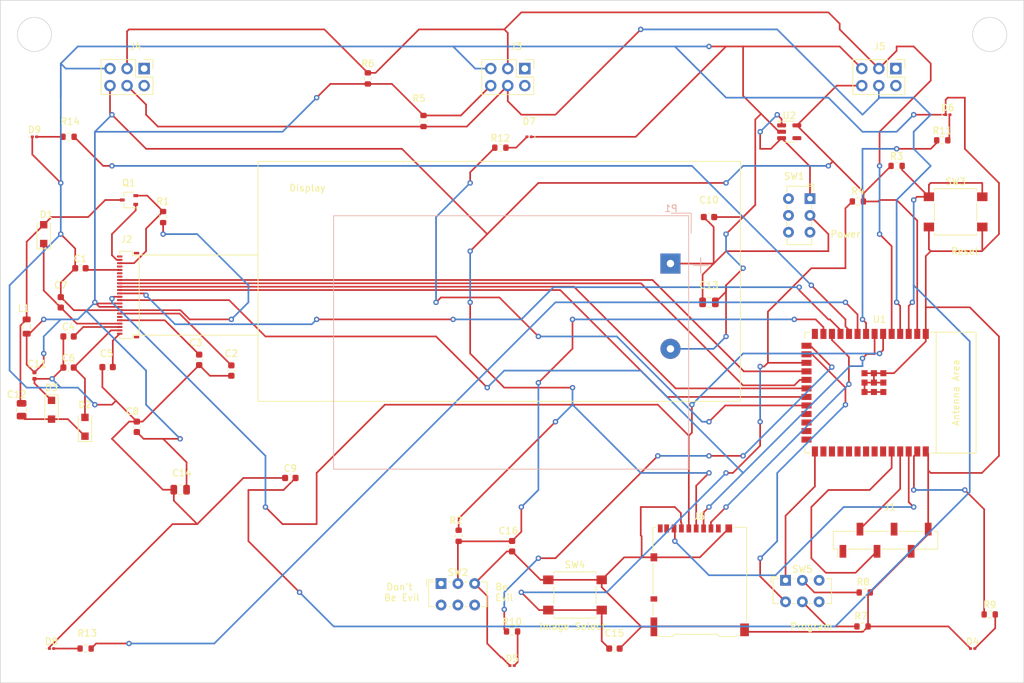
<source format=kicad_pcb>
(kicad_pcb (version 20211014) (generator pcbnew)
  (layers (0 "F.Cu" signal) (31 "B.Cu" signal) (34 "B.Paste" user) (35 "F.Paste" user) (36 "B.SilkS" user "B.Silkscreen") (37 "F.SilkS" user "F.Silkscreen") (38 "B.Mask" user) (39 "F.Mask" user) (44 "Edge.Cuts" user))
  (net 0 "")
  (net 1 "GND")
  (net 2 "Net-(C1-Pad2)")
  (net 3 "Net-(C2-Pad2)")
  (net 4 "Net-(C3-Pad2)")
  (net 5 "Net-(C4-Pad2)")
  (net 6 "Net-(C5-Pad2)")
  (net 7 "Net-(C6-Pad2)")
  (net 8 "Net-(C7-Pad2)")
  (net 9 "+3.3V")
  (net 10 "RST")
  (net 11 "Net-(C10-Pad2)")
  (net 15 "Net-(C12-Pad1)")
  (net 19 "Net-(J2-Pad8)")
  (net 20 "Net-(J2-Pad9)")
  (net 21 "Net-(J2-Pad10)")
  (net 22 "Net-(J2-Pad11)")
  (net 23 "Net-(J2-Pad13)")
  (net 30 "Net-(C12-Pad2)")
  (net 31 "SW_PUSH")
  (net 32 "EVIL")
  (net 33 "Net-(SW1-Pad1)")
  (net 51 "Net-(D4-Pad2)")
  (net 52 "Net-(D5-Pad2)")
  (net 53 "Net-(D6-Pad2)")
  (net 54 "Net-(D7-Pad2)")
  (net 55 "Net-(D8-Pad2)")
  (net 56 "Net-(D9-Pad2)")
  (net 57 "PROG_TX")
  (net 58 "PROG_RX")
  (net 59 "Net-(J2-Pad3)")
  (net 60 "Net-(J2-Pad12)")
  (net 61 "Net-(J2-Pad14)")
  (net 62 "SDA")
  (net 63 "SCL")
  (net 66 "Net-(J2-Pad2)")
  (net 67 "Net-(J6-Pad7)")
  (net 71 "Net-(J6-Pad2)")
  (net 72 "Net-(R8-Pad2)")
  (net 73 "LED1")
  (net 74 "LED2")
  (net 75 "LED4")
  (net 76 "LED3")
  (net 77 "LED5")
  (net 78 "LED6")
  (net 79 "PROG_GPIO0")
  (net 81 "PROG_GPIO46")
  (net 88 "Net-(R7-Pad2)")
  (footprint "Resistor_SMD:R_0603_1608Metric" (layer "F.Cu") (at 205.74 134.62 180)
    (fp_text reference "R7")
    (fp_text value "10k")
  )
  (footprint "LED_SMD:LED_0201_0603Metric" (layer "F.Cu") (at 82.44129 61.71)
    (fp_text reference "D9")
    (fp_text value "LED")
  )
  (footprint "Capacitor_SMD:C_0603_1608Metric" (layer "F.Cu") (at 97.68129 104.89 -90)
    (fp_text reference "C8")
    (fp_text value "1uF")
  )
  (footprint "Diode_SMD:D_SOD-123F" (layer "F.Cu") (at 83.82 76.2 90)
    (fp_text reference "D1")
    (fp_text value "SS2040FL-AU_R1_000A1")
  )
  (footprint "Resistor_SMD:R_0603_1608Metric" (layer "F.Cu") (at 140.37 59.36 -90)
    (fp_text reference "R5")
    (fp_text value "10k")
  )
  (footprint "Connector_PinHeader_2.54mm:PinHeader_2x03_P2.54mm_Vertical" (layer "F.Cu") (at 155.46129 51.55 -90)
    (fp_text reference "J3")
    (fp_text value "Conn_01x06")
  )
  (footprint "Resistor_SMD:R_0603_1608Metric" (layer "F.Cu") (at 205.050968 71.34 180)
    (fp_text reference "R4")
    (fp_text value "10k")
  )
  (footprint "Capacitor_SMD:C_0603_1608Metric" (layer "F.Cu") (at 93.33129 96)
    (fp_text reference "C5")
    (fp_text value "1uf/25V")
  )
  (footprint "Resistor_SMD:R_0603_1608Metric" (layer "F.Cu") (at 224.68129 132.83)
    (fp_text reference "R9")
    (fp_text value "1k")
  )
  (footprint "Capacitor_SMD:C_0603_1608Metric" (layer "F.Cu") (at 89.28629 81.28)
    (fp_text reference "C1")
    (fp_text value "1uF/25V")
  )
  (footprint "Button_Switch_SMD:SW_SPST_B3S-1000" (layer "F.Cu") (at 219.60129 72.89)
    (fp_text reference "SW3")
    (fp_text value "SW_Push")
  )
  (footprint "Connector_PinHeader_2.54mm:PinHeader_2x03_P2.54mm_Vertical" (layer "F.Cu") (at 98.77129 51.55 -90)
    (fp_text reference "J4")
    (fp_text value "Conn_01x06")
  )
  (footprint "Capacitor_SMD:C_0603_1608Metric" (layer "F.Cu") (at 111.76 96.52 90)
    (fp_text reference "C2")
    (fp_text value "1uf/25V")
  )
  (footprint "Capacitor_SMD:C_0603_1608Metric" (layer "F.Cu") (at 153.56129 122.67 90)
    (fp_text reference "C16")
    (fp_text value "1uF/25V")
  )
  (footprint "Capacitor_SMD:C_0805_2012Metric" (layer "F.Cu") (at 182.88 86.36 180)
    (fp_text reference "C13")
    (fp_text value "10uF/10V")
  )
  (footprint "LED_SMD:LED_0201_0603Metric" (layer "F.Cu") (at 222.14129 137.91)
    (fp_text reference "D4")
    (fp_text value "LED")
  )
  (footprint "LED_SMD:LED_0201_0603Metric" (layer "F.Cu") (at 156.10129 61.71 180)
    (fp_text reference "D7")
    (fp_text value "LED")
  )
  (footprint "LED_SMD:LED_0201_0603Metric" (layer "F.Cu") (at 84.98129 137.91)
    (fp_text reference "D8")
    (fp_text value "LED")
  )
  (footprint "Capacitor_SMD:C_0402_1005Metric" (layer "F.Cu") (at 82.44129 97.27 90)
    (fp_text reference "C11")
    (fp_text value "0.1uF")
  )
  (footprint "Resistor_SMD:R_0603_1608Metric" (layer "F.Cu") (at 101.6 73.66 90)
    (fp_text reference "R1")
    (fp_text value "0.47R")
  )
  (footprint "Capacitor_SMD:C_0805_2012Metric" (layer "F.Cu") (at 104.14 114.26)
    (fp_text reference "C14")
    (fp_text value "10uF/10V")
  )
  (footprint "Diode_SMD:D_SOD-123F" (layer "F.Cu") (at 84.98129 102.35 -90)
    (fp_text reference "D3")
    (fp_text value "SS2040FL-AU_R1_000A1")
  )
  (footprint "Resistor_SMD:R_0603_1608Metric" (layer "F.Cu") (at 153.56129 135.37)
    (fp_text reference "R10")
    (fp_text value "1k")
  )
  (footprint "Button_Switch_THT:SW_E-Switch_EG1271_SPDT" (layer "F.Cu") (at 197.92129 70.92 -90)
    (fp_text reference "SW1")
    (fp_text value "SW_Push_DPDT")
  )
  (footprint "Resistor_SMD:R_0603_1608Metric" (layer "F.Cu") (at 132.08 53.014516 90)
    (fp_text reference "R6")
    (fp_text value "10k")
  )
  (footprint "Connector_PinHeader_2.54mm:PinHeader_2x03_P2.54mm_Vertical" (layer "F.Cu") (at 210.71129 51.55 -90)
    (fp_text reference "J5")
    (fp_text value "Conn_01x06")
  )
  (footprint "Capacitor_SMD:C_0603_1608Metric" (layer "F.Cu") (at 87.52129 96.07)
    (fp_text reference "C6")
    (fp_text value "1uf/25V")
  )
  (footprint "Resistor_SMD:R_0603_1608Metric" (layer "F.Cu") (at 217.615 62.2325)
    (fp_text reference "R11")
    (fp_text value "1k")
  )
  (footprint "Capacitor_SMD:C_0603_1608Metric" (layer "F.Cu") (at 168.80129 137.91 180)
    (fp_text reference "C15")
    (fp_text value "1uF/25V")
  )
  (footprint "Espressif:ESP32-S3-WROOM-1" (layer "F.Cu") (at 206.90129 99.81 -90)
    (fp_text reference "U1")
    (fp_text value "ESP32-S3-WROOM-1")
  )
  (footprint "Inductor_SMD:L_0805_2012Metric" (layer "F.Cu") (at 81.28 89.9625 90)
    (fp_text reference "L1")
    (fp_text value "10uH")
  )
  (footprint "Capacitor_SMD:C_0603_1608Metric" (layer "F.Cu") (at 106.97 94.92058 90)
    (fp_text reference "C3")
    (fp_text value "1uf/25V")
  )
  (footprint "Capacitor_SMD:C_0603_1608Metric" (layer "F.Cu") (at 86.36 86.36 -90)
    (fp_text reference "C7")
    (fp_text value "1uf/25V")
  )
  (footprint "Button_Switch_SMD:SW_SPST_B3S-1000" (layer "F.Cu") (at 162.93129 129.93)
    (fp_text reference "SW4")
    (fp_text value "SW_Push")
  )
  (footprint "Capacitor_SMD:C_0603_1608Metric" (layer "F.Cu") (at 87.52129 91.44)
    (fp_text reference "C4")
    (fp_text value "1uf/25V")
  )
  (footprint "Resistor_SMD:R_0603_1608Metric" (layer "F.Cu") (at 210.82 66.04)
    (fp_text reference "R3")
    (fp_text value "10k")
  )
  (footprint "Capacitor_SMD:C_0603_1608Metric" (layer "F.Cu") (at 120.54129 112.51)
    (fp_text reference "C9")
    (fp_text value "1uF/25V")
  )
  (footprint "Resistor_SMD:R_0603_1608Metric" (layer "F.Cu") (at 151.812258 63.3275)
    (fp_text reference "R12")
    (fp_text value "1k")
  )
  (footprint "Diode_SMD:D_SOD-123F" (layer "F.Cu") (at 89.96129 104.89 90)
    (fp_text reference "D2")
    (fp_text value "SS2040FL-AU_R1_000A1")
  )
  (footprint "Capacitor_SMD:C_0603_1608Metric" (layer "F.Cu") (at 182.88 73.66 180)
    (fp_text reference "C10")
    (fp_text value "1uF/25V")
  )
  (footprint "Package_TO_SOT_SMD:SOT-323_SC-70" (layer "F.Cu") (at 96.52 71.12 180)
    (fp_text reference "Q1")
    (fp_text value "RTF025N03TL")
  )
  (footprint "Resistor_SMD:R_0603_1608Metric" (layer "F.Cu") (at 145.605 121.12 -90)
    (fp_text reference "R2")
    (fp_text value "10k")
  )
  (footprint "Package_TO_SOT_SMD:SOT-23-5" (layer "F.Cu") (at 194.83129 60.96)
    (fp_text reference "U2")
    (fp_text value "AP2112K-3.3")
  )
  (footprint "Button_Switch_THT:SW_E-Switch_EG1271_SPDT" (layer "F.Cu") (at 194.28129 127.75)
    (fp_text reference "SW5")
    (fp_text value "PROGRAM")
  )
  (footprint "Connector_Card:microSD_HC_Hirose_DM3AT-SF-PEJM5" (layer "F.Cu") (at 181.50129 127.75)
    (fp_text reference "J6")
    (fp_text value "Micro_SD_Card_Det")
  )
  (footprint "LED_SMD:LED_0201_0603Metric" (layer "F.Cu") (at 153.56129 140.45)
    (fp_text reference "D5")
    (fp_text value "LED")
  )
  (footprint "HiroseElectricCo:E2266QS0F1" (layer "F.Cu") (at 95.14129 84.57)
    (fp_text reference "J2")
    (fp_text value "Hirose_FH34-SRJ-24S")
  )
  (footprint "Resistor_SMD:R_0603_1608Metric" (layer "F.Cu") (at 90.06129 137.91 180)
    (fp_text reference "R13")
    (fp_text value "1k")
  )
  (footprint "Connector_PinSocket_2.54mm:PinSocket_1x06_P2.54mm_Vertical_SMD_Pin1Left" (layer "F.Cu") (at 209.17129 121.78 90)
    (fp_text reference "J1")
    (fp_text value "Conn_01x06")
  )
  (footprint "Resistor_SMD:R_0603_1608Metric" (layer "F.Cu") (at 206.07629 129.56 180)
    (fp_text reference "R8")
    (fp_text value "10k")
  )
  (footprint "Button_Switch_THT:SW_E-Switch_EG1271_SPDT" (layer "F.Cu") (at 142.99129 128.23)
    (fp_text reference "SW2")
    (fp_text value "EVIL_SWITCH")
  )
  (footprint "Capacitor_SMD:C_0805_2012Metric" (layer "F.Cu") (at 80.52629 102.35 90)
    (fp_text reference "C12")
    (fp_text value "4.7uF")
  )
  (footprint "Resistor_SMD:R_0603_1608Metric" (layer "F.Cu") (at 87.52129 61.71 180)
    (fp_text reference "R14")
    (fp_text value "1k")
  )
  (footprint "LED_SMD:LED_0201_0603Metric" (layer "F.Cu") (at 218.44 58.42)
    (fp_text reference "D6")
    (fp_text value "LED")
  )
  (footprint "Battery:BatteryHolder_Keystone_2479_3xAAA" (layer "B.Cu") (at 177.14379 80.5825 180)
    (fp_text reference "P1")
    (fp_text value "2479")
  )
  (gr_circle (center 224.68129 46.47) (end 227.22129 46.47) (layer "Edge.Cuts") (width 0.1) (fill none))
  (gr_rect (start 77.36129 41.39) (end 229.76129 142.99) (layer "Edge.Cuts") (width 0.1) (fill none))
  (gr_circle (center 82.44129 46.47) (end 84.98129 46.47) (layer "Edge.Cuts") (width 0.1) (fill none))
  (gr_text "Image Select" (at 162.56 134.62) (layer "F.SilkS") (effects (font (size 1 1))))
  (gr_text "Power\n" (at 203.2 76.2) (layer "F.SilkS") (effects (font (size 1 1))))
  (gr_text "Program\n" (at 198.12 134.62) (layer "F.SilkS") (effects (font (size 1 1))))
  (gr_text "Reset" (at 220.98 78.74) (layer "F.SilkS") (effects (font (size 1 1))))
  (gr_text "Don't \nBe Evil" (at 137.16 129.54) (layer "F.SilkS") (effects (font (size 1 1))))
  (gr_text "Be \nEvil" (at 152.4 129.54) (layer "F.SilkS") (effects (font (size 1 1))))
  (segment (start 92.55629 98.99) (end 92.55629 96) (width 0.25) (layer "F.Cu") (net 1))
  (segment (start 226.06 91.44) (end 226.06 109.22) (width 0.25) (layer "F.Cu") (net 1))
  (segment (start 215.16129 87.09871) (end 215.16129 91.06) (width 0.25) (layer "F.Cu") (net 1))
  (segment (start 208.84129 96.91) (end 210.43 96.91) (width 0.25) (layer "F.Cu") (net 1))
  (segment (start 85.06629 97.75) (end 82.44129 97.75) (width 0.25) (layer "F.Cu") (net 1))
  (segment (start 172.855 121.19629) (end 172.855 124.325) (width 0.25) (layer "F.Cu") (net 1))
  (segment (start 93.98 101.6) (end 91.44 101.6) (width 0.25) (layer "F.Cu") (net 1))
  (segment (start 113.55 112.51) (end 119.76629 112.51) (width 0.25) (layer "F.Cu") (net 1))
  (segment (start 188.17629 135.125) (end 187.65129 134.6) (width 0.25) (layer "F.Cu") (net 1))
  (segment (start 88.51129 81.28) (end 88.51129 78.35129) (width 0.25) (layer "F.Cu") (net 1))
  (segment (start 88.51129 78.35129) (end 86.36 76.2) (width 0.25) (layer "F.Cu") (net 1))
  (segment (start 157.79629 127.68) (end 153.56129 123.445) (width 0.25) (layer "F.Cu") (net 1))
  (segment (start 170.26129 124.325) (end 166.90629 127.68) (width 0.25) (layer "F.Cu") (net 1))
  (segment (start 172.81129 134.675) (end 166.90629 128.77) (width 0.25) (layer "F.Cu") (net 1))
  (segment (start 218.12 56.2) (end 218.12 58.42) (width 0.25) (layer "F.Cu") (net 1))
  (segment (start 106.97 95.69558) (end 108.56942 97.295) (width 0.25) (layer "F.Cu") (net 1))
  (segment (start 215.52129 120.13) (end 215.52129 120.89) (width 0.25) (layer "F.Cu") (net 1))
  (segment (start 96.545 104.115) (end 93.98 106.68) (width 0.25) (layer "F.Cu") (net 1))
  (segment (start 207.44129 96.91) (end 207.44129 98.31) (width 0.25) (layer "F.Cu") (net 1))
  (segment (start 152.77629 123.445) (end 147.99129 128.23) (width 0.25) (layer "F.Cu") (net 1))
  (segment (start 158.95629 127.68) (end 157.79629 127.68) (width 0.25) (layer "F.Cu") (net 1))
  (segment (start 190.63477 58.28523) (end 193.309539 60.96) (width 0.25) (layer "F.Cu") (net 1))
  (segment (start 215.52129 120.89) (end 212.98129 123.43) (width 0.25) (layer "F.Cu") (net 1))
  (segment (start 106.68 119.38) (end 103.000249 119.38) (width 0.25) (layer "F.Cu") (net 1))
  (segment (start 149.86 130.09871) (end 147.99129 128.23) (width 0.25) (layer "F.Cu") (net 1))
  (segment (start 206.565 134.62) (end 218.53129 134.62) (width 0.25) (layer "F.Cu") (net 1))
  (segment (start 171.97 61.71) (end 156.42129 61.71) (width 0.25) (layer "F.Cu") (net 1))
  (segment (start 104.845698 88.194302) (end 105.551396 88.9) (width 0.25) (layer "F.Cu") (net 1))
  (segment (start 152.01129 139.22) (end 151.92 139.22) (width 0.25) (layer "F.Cu") (net 1))
  (segment (start 187.65129 134.6) (end 174.75129 134.6) (width 0.25) (layer "F.Cu") (net 1))
  (segment (start 174.67629 124.325) (end 181.52629 124.325) (width 0.25) (layer "F.Cu") (net 1))
  (segment (start 215.52129 111.38129) (end 215.52129 108.92) (width 0.25) (layer "F.Cu") (net 1))
  (segment (start 88.305 87.53) (end 86.36 85.585) (width 0.25) (layer "F.Cu") (net 1))
  (segment (start 226.06 109.22) (end 223.52 111.76) (width 0.25) (layer "F.Cu") (net 1))
  (segment (start 187.96 55.610461) (end 190.63477 58.28523) (width 0.25) (layer "F.Cu") (net 1))
  (segment (start 212.98129 123.43) (end 206.90129 129.51) (width 0.25) (layer "F.Cu") (net 1))
  (segment (start 183.655 73.66) (end 187.96 73.66) (width 0.25) (layer "F.Cu") (net 1))
  (segment (start 103.19 114.26) (end 103.19 115.89) (width 0.25) (layer "F.Cu") (net 1))
  (segment (start 177.8 116.84) (end 172.72 116.84) (width 0.25) (layer "F.Cu") (net 1))
  (segment (start 207.44129 96.91) (end 206.04129 96.91) (width 0.25) (layer "F.Cu") (net 1))
  (segment (start 178.70129 117.74129) (end 177.8 116.84) (width 0.25) (layer "F.Cu") (net 1))
  (segment (start 97.68129 104.115) (end 94.573145 101.006855) (width 0.25) (layer "F.Cu") (net 1))
  (segment (start 215.9 111.76) (end 215.52129 111.38129) (width 0.25) (layer "F.Cu") (net 1))
  (segment (start 174.75129 134.6) (end 174.67629 134.675) (width 0.25) (layer "F.Cu") (net 1))
  (segment (start 189.775 59.145) (end 190.63477 58.28523) (width 0.25) (layer "F.Cu") (net 1))
  (segment (start 86.74629 96.07) (end 86.74629 91.44) (width 0.25) (layer "F.Cu") (net 1))
  (segment (start 166.90629 127.68) (end 158.95629 127.68) (width 0.25) (layer "F.Cu") (net 1))
  (segment (start 149.86 137.16) (end 149.86 130.09871) (width 0.25) (layer "F.Cu") (net 1))
  (segment (start 215.16129 79.47871) (end 215.16129 87.09871) (width 0.25) (layer "F.Cu") (net 1))
  (segment (start 95.14129 87.53) (end 104.181396 87.53) (width 0.25) (layer "F.Cu") (net 1))
  (segment (start 223.52 78.74) (end 215.9 78.74) (width 0.25) (layer "F.Cu") (net 1))
  (segment (start 172.72 121.06129) (end 172.855 121.19629) (width 0.25) (layer "F.Cu") (net 1))
  (segment (start 187.96 73.66) (end 189.775 71.845) (width 0.25) (layer "F.Cu") (net 1))
  (segment (start 104.181396 87.53) (end 104.845698 88.194302) (width 0.25) (layer "F.Cu") (net 1))
  (segment (start 185.42 48.26) (end 187.96 48.26) (width 0.25) (layer "F.Cu") (net 1))
  (segment (start 86.36 83.43129) (end 88.51129 81.28) (width 0.25) (layer "F.Cu") (net 1))
  (segment (start 82.12129 64.34129) (end 82.12129 61.71) (width 0.25) (layer "F.Cu") (net 1))
  (segment (start 174.67629 134.675) (end 172.81129 134.675) (width 0.25) (layer "F.Cu") (net 1))
  (segment (start 178.77629 120.025) (end 178.77629 119.175) (width 0.25) (layer "F.Cu") (net 1))
  (segment (start 218.12 58.42) (end 213.36 58.42) (width 0.25) (layer "F.Cu") (net 1))
  (segment (start 86.36 85.585) (end 86.36 83.43129) (width 0.25) (layer "F.Cu") (net 1))
  (segment (start 226.06 76.2) (end 226.06 68.58) (width 0.25) (layer "F.Cu") (net 1))
  (segment (start 223.52 111.76) (end 215.9 111.76) (width 0.25) (layer "F.Cu") (net 1))
  (segment (start 174.67629 124.325) (end 170.26129 124.325) (width 0.25) (layer "F.Cu") (net 1))
  (segment (start 187.96 48.26) (end 202.34129 48.26) (width 0.25) (layer "F.Cu") (net 1))
  (segment (start 185.42 76.2) (end 189.775 71.845) (width 0.25) (layer "F.Cu") (net 1))
  (segment (start 210.43 96.91) (end 215.16129 92.17871) (width 0.25) (layer "F.Cu") (net 1))
  (segment (start 215.52129 120.13) (end 215.52129 111.38129) (width 0.25) (layer "F.Cu") (net 1))
  (segment (start 215.16129 92.17871) (end 215.16129 91.06) (width 0.25) (layer "F.Cu") (net 1))
  (segment (start 185.42 48.26) (end 171.97 61.71) (width 0.25) (layer "F.Cu") (net 1))
  (segment (start 218.44 55.88) (end 218.12 56.2) (width 0.25) (layer "F.Cu") (net 1))
  (segment (start 98.55058 104.115) (end 97.68129 104.115) (width 0.25) (layer "F.Cu") (net 1))
  (segment (start 84.66129 137.91) (end 84.66129 137.718959) (width 0.25) (layer "F.Cu") (net 1))
  (segment (start 106.97 95.69558) (end 98.55058 104.115) (width 0.25) (layer "F.Cu") (net 1))
  (segment (start 206.565 129.89629) (end 206.565 134.62) (width 0.25) (layer "F.Cu") (net 1))
  (segment (start 215.9 78.74) (end 215.62629 78.46629) (width 0.25) (layer "F.Cu") (net 1))
  (segment (start 94.573145 101.006855) (end 92.55629 98.99) (width 0.25) (layer "F.Cu") (net 1))
  (segment (start 178.77629 119.175) (end 178.70129 119.1) (width 0.25) (layer "F.Cu") (net 1))
  (segment (start 206.04129 98.31) (end 207.44129 98.31) (width 0.25) (layer "F.Cu") (net 1))
  (segment (start 110.75129 115.30871) (end 113.55 112.51) (width 0.25) (layer "F.Cu") (net 1))
  (segment (start 101.6 74.485) (end 101.6 76.2) (width 0.25) (layer "F.Cu") (net 1))
  (segment (start 103.000249 119.38) (end 84.66129 137.718959) (width 0.25) (layer "F.Cu") (net 1))
  (segment (start 206.04129 99.71) (end 207.44129 99.71) (width 0.25) (layer "F.Cu") (net 1))
  (segment (start 82.44129 98.41) (end 84.98129 100.95) (width 0.25) (layer "F.Cu") (net 1))
  (segment (start 215.16129 87.09871) (end 221.71871 87.09871) (width 0.25) (layer "F.Cu") (net 1))
  (segment (start 206.04129 98.31) (end 206.04129 99.71) (width 0.25) (layer "F.Cu") (net 1))
  (segment (start 185.42 84.77) (end 185.42 83.82) (width 0.25) (layer "F.Cu") (net 1))
  (segment (start 101.56 114.26) (end 103.19 114.26) (width 0.25) (layer "F.Cu") (net 1))
  (segment (start 215.9 78.74) (end 215.16129 79.47871) (width 0.25) (layer "F.Cu") (net 1))
  (segment (start 82.44129 97.75) (end 82.44129 98.41) (width 0.25) (layer "F.Cu") (net 1))
  (segment (start 205.765 135.42) (end 188.47129 135.42) (width 0.25) (layer "F.Cu") (net 1))
  (segment (start 220.98 55.88) (end 218.44 55.88) (width 0.25) (layer "F.Cu") (net 1))
  (segment (start 223.57629 75.14) (end 223.57629 78.68371) (width 0.25) (layer "F.Cu") (net 1))
  (segment (start 185.42 83.82) (end 187.96 81.28) (width 0.25) (layer "F.Cu") (net 1))
  (segment (start 223.57629 78.68371) (end 226.06 76.2) (width 0.25) (layer "F.Cu") (net 1))
  (segment (start 172.81129 134.675) (end 169.57629 137.91) (width 0.25) (layer "F.Cu") (net 1))
  (segment (start 93.98 106.68) (end 101.56 114.26) (width 0.25) (layer "F.Cu") (net 1))
  (segment (start 166.90629 128.77) (end 166.90629 127.68) (width 0.25) (layer "F.Cu") (net 1))
  (segment (start 220.98 63.5) (end 220.98 55.88) (width 0.25) (layer "F.Cu") (net 1))
  (segment (start 86.74629 96.07) (end 85.06629 97.75) (width 0.25) (layer "F.Cu") (net 1))
  (segment (start 207.44129 98.31) (end 208.84129 98.31) (width 0.25) (layer "F.Cu") (net 1))
  (segment (start 95.14129 87.53) (end 88.305 87.53) (width 0.25) (layer "F.Cu") (net 1))
  (segment (start 215.62629 78.46629) (end 215.62629 75.14) (width 0.25) (layer "F.Cu") (net 1))
  (segment (start 183.83 86.36) (end 185.42 84.77) (width 0.25) (layer "F.Cu") (net 1))
  (segment (start 193.309539 60.96) (end 193.69379 60.96) (width 0.25) (layer "F.Cu") (net 1))
  (segment (start 206.90129 129.51) (end 206.90129 129.56) (width 0.25) (layer "F.Cu") (net 1))
  (segment (start 105.551396 88.9) (end 111.76 88.9) (width 0.25) (layer "F.Cu") (net 1))
  (segment (start 202.34129 48.26) (end 205.63129 51.55) (width 0.25) (layer "F.Cu") (net 1))
  (segment (start 182.88 48.26) (end 185.42 48.26) (width 0.25) (layer "F.Cu") (net 1))
  (segment (start 151.92 139.22) (end 149.86 137.16) (width 0.25) (layer "F.Cu") (net 1))
  (segment (start 187.96 48.26) (end 187.96 55.610461) (width 0.25) (layer "F.Cu") (net 1))
  (segment (start 181.52629 124.325) (end 185.82629 120.025) (width 0.25) (layer "F.Cu") (net 1))
  (segment (start 86.36 68.58) (end 82.12129 64.34129) (width 0.25) (layer "F.Cu") (net 1))
  (segment (start 207.44129 99.71) (end 208.84129 99.71) (width 0.25) (layer "F.Cu") (net 1))
  (segment (start 153.24129 140.45) (end 152.01129 139.22) (width 0.25) (layer "F.Cu") (net 1))
  (segment (start 207.44129 96.91) (end 208.84129 96.91) (width 0.25) (layer "F.Cu") (net 1))
  (segment (start 178.70129 119.1) (end 178.70129 117.74129) (width 0.25) (layer "F.Cu") (net 1))
  (segment (start 226.06 68.58) (end 220.98 63.5) (width 0.25) (layer "F.Cu") (net 1))
  (segment (start 206.565 134.62) (end 205.765 135.42) (width 0.25) (layer "F.Cu") (net 1))
  (segment (start 108.56942 97.295) (end 111.76 97.295) (width 0.25) (layer "F.Cu") (net 1))
  (segment (start 97.68129 104.115) (end 96.545 104.115) (width 0.25) (layer "F.Cu") (net 1))
  (segment (start 172.72 116.84) (end 172.72 121.06129) (width 0.25) (layer "F.Cu") (net 1))
  (segment (start 206.90129 129.56) (end 206.565 129.89629) (width 0.25) (layer "F.Cu") (net 1))
  (segment (start 188.47129 135.42) (end 188.17629 135.125) (width 0.25) (layer "F.Cu") (net 1))
  (segment (start 221.71871 87.09871) (end 226.06 91.44) (width 0.25) (layer "F.Cu") (net 1))
  (segment (start 215.52129 108.92) (end 215.16129 108.56) (width 0.25) (layer "F.Cu") (net 1))
  (segment (start 103.19 115.89) (end 106.68 119.38) (width 0.25) (layer "F.Cu") (net 1))
  (segment (start 218.53129 134.62) (end 221.82129 137.91) (width 0.25) (layer "F.Cu") (net 1))
  (segment (start 223.57629 78.68371) (end 223.52 78.74) (width 0.25) (layer "F.Cu") (net 1))
  (segment (start 185.42 83.82) (end 185.42 91.44) (width 0.25) (layer "F.Cu") (net 1))
  (segment (start 94.573145 101.006855) (end 93.98 101.6) (width 0.25) (layer "F.Cu") (net 1))
  (segment (start 189.775 71.845) (end 189.775 59.145) (width 0.25) (layer "F.Cu") (net 1))
  (segment (start 153.56129 123.445) (end 152.77629 123.445) (width 0.25) (layer "F.Cu") (net 1))
  (segment (start 106.68 119.38) (end 110.75129 115.30871) (width 0.25) (layer "F.Cu") (net 1))
  (via (at 86.36 68.58) (size 0.8) (drill 0.4) (layers "F.Cu" "B.Cu") (net 1))
  (via (at 101.6 76.2) (size 0.8) (drill 0.4) (layers "F.Cu" "B.Cu") (net 1))
  (via (at 185.42 91.44) (size 0.8) (drill 0.4) (layers "F.Cu" "B.Cu") (net 1))
  (via (at 85.06629 97.75) (size 0.8) (drill 0.4) (layers "F.Cu" "B.Cu") (net 1))
  (via (at 185.42 76.2) (size 0.8) (drill 0.4) (layers "F.Cu" "B.Cu") (net 1))
  (via (at 213.36 58.42) (size 0.8) (drill 0.4) (layers "F.Cu" "B.Cu") (net 1))
  (via (at 205.63129 51.55) (size 0.8) (drill 0.4) (layers "F.Cu" "B.Cu") (net 1))
  (via (at 182.88 48.26) (size 0.8) (drill 0.4) (layers "F.Cu" "B.Cu") (net 1))
  (via (at 86.36 76.2) (size 0.8) (drill 0.4) (layers "F.Cu" "B.Cu") (net 1))
  (via (at 187.96 81.28) (size 0.8) (drill 0.4) (layers "F.Cu" "B.Cu") (net 1))
  (via (at 111.76 88.9) (size 0.8) (drill 0.4) (layers "F.Cu" "B.Cu") (net 1))
  (via (at 91.44 101.6) (size 0.8) (drill 0.4) (layers "F.Cu" "B.Cu") (net 1))
  (segment (start 144.78 48.26) (end 148.07 51.55) (width 0.25) (layer "B.Cu") (net 1))
  (segment (start 210.82 60.96) (end 213.36 58.42) (width 0.25) (layer "B.Cu") (net 1))
  (segment (start 185.42 55.88) (end 200.66 55.88) (width 0.25) (layer "B.Cu") (net 1))
  (segment (start 86.36 53.34) (end 86.36 55.88) (width 0.25) (layer "B.Cu") (net 1))
  (segment (start 106.68 76.2) (end 101.6 76.2) (width 0.25) (layer "B.Cu") (net 1))
  (segment (start 86.36 99.06) (end 85.06629 97.76629) (width 0.25) (layer "B.Cu") (net 1))
  (segment (start 187.96 81.28) (end 185.42 78.74) (width 0.25) (layer "B.Cu") (net 1))
  (segment (start 88.9 99.06) (end 86.36 99.06) (width 0.25) (layer "B.Cu") (net 1))
  (segment (start 114.3 83.82) (end 106.68 76.2) (width 0.25) (layer "B.Cu") (net 1))
  (segment (start 185.42 78.74) (end 185.42 76.2) (width 0.25) (layer "B.Cu") (net 1))
  (segment (start 111.76 88.9) (end 114.3 86.36) (width 0.25) (layer "B.Cu") (net 1))
  (segment (start 86.36 99.06) (end 81.28 99.06) (width 0.25) (layer "B.Cu") (net 1))
  (segment (start 85.06629 97.76629) (end 85.06629 97.75) (width 0.25) (layer "B.Cu") (net 1))
  (segment (start 78.74 96.52) (end 78.74 83.82) (width 0.25) (layer "B.Cu") (net 1))
  (segment (start 91.44 101.6) (end 88.9 99.06) (width 0.25) (layer "B.Cu") (net 1))
  (segment (start 81.28 99.06) (end 78.74 96.52) (width 0.25) (layer "B.Cu") (net 1))
  (segment (start 200.66 55.88) (end 205.74 60.96) (width 0.25) (layer "B.Cu") (net 1))
  (segment (start 114.3 86.36) (end 114.3 83.82) (width 0.25) (layer "B.Cu") (net 1))
  (segment (start 177.14379 93.2825) (end 183.5775 93.2825) (width 0.25) (layer "B.Cu") (net 1))
  (segment (start 148.07 51.55) (end 150.38129 51.55) (width 0.25) (layer "B.Cu") (net 1))
  (segment (start 182.88 48.26) (end 177.8 48.26) (width 0.25) (layer "B.Cu") (net 1))
  (segment (start 144.78 48.26) (end 88.9 48.26) (width 0.25) (layer "B.Cu") (net 1))
  (segment (start 177.8 48.26) (end 144.78 48.26) (width 0.25) (layer "B.Cu") (net 1))
  (segment (start 86.36 50.8) (end 86.36 68.58) (width 0.25) (layer "B.Cu") (net 1))
  (segment (start 88.9 48.26) (end 86.36 50.8) (width 0.25) (layer "B.Cu") (net 1))
  (segment (start 177.8 48.26) (end 185.42 55.88) (width 0.25) (layer "B.Cu") (net 1))
  (segment (start 93.69129 51.55) (end 87.11 51.55) (width 0.25) (layer "B.Cu") (net 1))
  (segment (start 183.5775 93.2825) (end 185.42 91.44) (width 0.25) (layer "B.Cu") (net 1))
  (segment (start 87.11 51.55) (end 86.36 50.8) (width 0.25) (layer "B.Cu") (net 1))
  (segment (start 78.74 83.82) (end 86.36 76.2) (width 0.25) (layer "B.Cu") (net 1))
  (segment (start 205.74 60.96) (end 210.82 60.96) (width 0.25) (layer "B.Cu") (net 1))
  (segment (start 86.36 76.2) (end 86.36 68.58) (width 0.25) (layer "B.Cu") (net 1))
  (segment (start 90.06129 81.28) (end 90.31129 81.53) (width 0.25) (layer "F.Cu") (net 2))
  (segment (start 90.31129 81.53) (end 95.14129 81.53) (width 0.25) (layer "F.Cu") (net 2))
  (segment (start 104.045 88.03) (end 111.76 95.745) (width 0.25) (layer "F.Cu") (net 3))
  (segment (start 95.14129 88.03) (end 104.045 88.03) (width 0.25) (layer "F.Cu") (net 3))
  (segment (start 101.85442 89.03) (end 106.97 94.14558) (width 0.25) (layer "F.Cu") (net 4))
  (segment (start 95.14129 89.03) (end 101.85442 89.03) (width 0.25) (layer "F.Cu") (net 4))
  (segment (start 89.70629 90.03) (end 95.14129 90.03) (width 0.25) (layer "F.Cu") (net 5))
  (segment (start 88.29629 91.44) (end 89.70629 90.03) (width 0.25) (layer "F.Cu") (net 5))
  (segment (start 94.10629 96) (end 94.10629 92.065) (width 0.25) (layer "F.Cu") (net 6))
  (segment (start 94.10629 92.065) (end 95.14129 91.03) (width 0.25) (layer "F.Cu") (net 6))
  (segment (start 89.96129 97.735) (end 89.96129 103.49) (width 0.25) (layer "F.Cu") (net 7))
  (segment (start 88.29629 96.07) (end 89.96129 97.735) (width 0.25) (layer "F.Cu") (net 7))
  (segment (start 88.29629 96.07) (end 93.83629 90.53) (width 0.25) (layer "F.Cu") (net 7))
  (segment (start 93.83629 90.53) (end 95.14129 90.53) (width 0.25) (layer "F.Cu") (net 7))
  (segment (start 88.755 89.53) (end 86.36 87.135) (width 0.25) (layer "F.Cu") (net 8))
  (segment (start 86.36 87.135) (end 83.82 84.595) (width 0.25) (layer "F.Cu") (net 8))
  (segment (start 83.82 84.595) (end 83.82 77.6) (width 0.25) (layer "F.Cu") (net 8))
  (segment (start 95.14129 89.53) (end 88.755 89.53) (width 0.25) (layer "F.Cu") (net 8))
  (segment (start 81.28 91.025) (end 81.28 95.62871) (width 0.25) (layer "F.Cu") (net 9))
  (segment (start 147.32 93.98) (end 152.4 99.06) (width 0.25) (layer "F.Cu") (net 9))
  (segment (start 180.97629 113.66371) (end 180.97629 120.025) (width 0.25) (layer "F.Cu") (net 9))
  (segment (start 81.28 95.62871) (end 82.44129 96.79) (width 0.25) (layer "F.Cu") (net 9))
  (segment (start 208.06 71.34) (end 205.875968 71.34) (width 0.25) (layer "F.Cu") (net 9))
  (segment (start 81.695 91.025) (end 83.82 88.9) (width 0.25) (layer "F.Cu") (net 9))
  (segment (start 149.86 76.2) (end 147.32 78.74) (width 0.25) (layer "F.Cu") (net 9))
  (segment (start 101.6 106.68) (end 98.69629 106.68) (width 0.25) (layer "F.Cu") (net 9))
  (segment (start 205.875968 71.34) (end 205.875968 70.159032) (width 0.25) (layer "F.Cu") (net 9))
  (segment (start 135.674516 53.839516) (end 140.37 58.535) (width 0.25) (layer "F.Cu") (net 9))
  (segment (start 145.605 118.555) (end 145.605 120.295) (width 0.25) (layer "F.Cu") (net 9))
  (segment (start 99.06 63.5) (end 93.98 58.42) (width 0.25) (layer "F.Cu") (net 9))
  (segment (start 152.4 99.06) (end 162.56 99.06) (width 0.25) (layer "F.Cu") (net 9))
  (segment (start 81.28 91.025) (end 81.695 91.025) (width 0.25) (layer "F.Cu") (net 9))
  (segment (start 205.875968 69.917178) (end 205.875968 71.34) (width 0.25) (layer "F.Cu") (net 9))
  (segment (start 201.329395 65.370605) (end 200.66 66.04) (width 0.25) (layer "F.Cu") (net 9))
  (segment (start 195.96879 60.01) (end 201.329395 65.370605) (width 0.25) (layer "F.Cu") (net 9))
  (segment (start 95.14129 86.53) (end 91.61 86.53) (width 0.25) (layer "F.Cu") (net 9))
  (segment (start 93.69129 58.13129) (end 93.98 58.42) (width 0.25) (layer "F.Cu") (net 9))
  (segment (start 149.86 76.2) (end 137.16 63.5) (width 0.25) (layer "F.Cu") (net 9))
  (segment (start 213.89129 74.19129) (end 210.82 71.12) (width 0.25) (layer "F.Cu") (net 9))
  (segment (start 104.14 106.68) (end 101.6 106.68) (width 0.25) (layer "F.Cu") (net 9))
  (segment (start 132.08 53.839516) (end 126.500484 53.839516) (width 0.25) (layer "F.Cu") (net 9))
  (segment (start 132.08 53.839516) (end 135.674516 53.839516) (width 0.25) (layer "F.Cu") (net 9))
  (segment (start 201.88879 54.09) (end 205.63129 54.09) (width 0.25) (layer "F.Cu") (net 9))
  (segment (start 140.37 58.535) (end 145.93629 58.535) (width 0.25) (layer "F.Cu") (net 9))
  (segment (start 93.69129 54.09) (end 93.69129 58.13129) (width 0.25) (layer "F.Cu") (net 9))
  (segment (start 137.16 63.5) (end 99.06 63.5) (width 0.25) (layer "F.Cu") (net 9))
  (segment (start 205.875968 70.159032) (end 209.995 66.04) (width 0.25) (layer "F.Cu") (net 9))
  (segment (start 147.32 86.36) (end 147.32 93.98) (width 0.25) (layer "F.Cu") (net 9))
  (segment (start 185.42 68.58) (end 157.48 68.58) (width 0.25) (layer "F.Cu") (net 9))
  (segment (start 83.82 95.41129) (end 82.44129 96.79) (width 0.25) (layer "F.Cu") (net 9))
  (segment (start 182.88 111.76) (end 180.97629 113.66371) (width 0.25) (layer "F.Cu") (net 9))
  (segment (start 91.61 86.53) (end 91.44 86.36) (width 0.25) (layer "F.Cu") (net 9))
  (segment (start 105.09 110.17) (end 105.09 114.26) (width 0.25) (layer "F.Cu") (net 9))
  (segment (start 157.48 68.58) (end 149.86 76.2) (width 0.25) (layer "F.Cu") (net 9))
  (segment (start 98.69629 106.68) (end 97.68129 105.665) (width 0.25) (layer "F.Cu") (net 9))
  (segment (start 83.82 93.98) (end 83.82 95.41129) (width 0.25) (layer "F.Cu") (net 9))
  (segment (start 126.500484 53.839516) (end 124.46 55.88) (width 0.25) (layer "F.Cu") (net 9))
  (segment (start 201.329395 65.370605) (end 205.875968 69.917178) (width 0.25) (layer "F.Cu") (net 9))
  (segment (start 92.11 87.03) (end 91.44 86.36) (width 0.25) (layer "F.Cu") (net 9))
  (segment (start 95.14129 87.03) (end 92.11 87.03) (width 0.25) (layer "F.Cu") (net 9))
  (segment (start 160.02 104.14) (end 145.605 118.555) (width 0.25) (layer "F.Cu") (net 9))
  (segment (start 195.96879 60.01) (end 201.88879 54.09) (width 0.25) (layer "F.Cu") (net 9))
  (segment (start 213.89129 91.06) (end 213.89129 74.19129) (width 0.25) (layer "F.Cu") (net 9))
  (segment (start 210.82 71.12) (end 208.28 71.12) (width 0.25) (layer "F.Cu") (net 9))
  (segment (start 208.28 71.12) (end 208.06 71.34) (width 0.25) (layer "F.Cu") (net 9))
  (segment (start 145.93629 58.535) (end 150.38129 54.09) (width 0.25) (layer "F.Cu") (net 9))
  (segment (start 101.6 106.68) (end 105.09 110.17) (width 0.25) (layer "F.Cu") (net 9))
  (via (at 200.66 66.04) (size 0.8) (drill 0.4) (layers "F.Cu" "B.Cu") (net 9))
  (via (at 162.56 99.06) (size 0.8) (drill 0.4) (layers "F.Cu" "B.Cu") (net 9))
  (via (at 182.88 111.76) (size 0.8) (drill 0.4) (layers "F.Cu" "B.Cu") (net 9))
  (via (at 160.02 104.14) (size 0.8) (drill 0.4) (layers "F.Cu" "B.Cu") (net 9))
  (via (at 83.82 93.98) (size 0.8) (drill 0.4) (layers "F.Cu" "B.Cu") (net 9))
  (via (at 104.14 106.68) (size 0.8) (drill 0.4) (layers "F.Cu" "B.Cu") (net 9))
  (via (at 147.32 86.36) (size 0.8) (drill 0.4) (layers "F.Cu" "B.Cu") (net 9))
  (via (at 93.98 58.42) (size 0.8) (drill 0.4) (layers "F.Cu" "B.Cu") (net 9))
  (via (at 124.46 55.88) (size 0.8) (drill 0.4) (layers "F.Cu" "B.Cu") (net 9))
  (via (at 147.32 78.74) (size 0.8) (drill 0.4) (layers "F.Cu" "B.Cu") (net 9))
  (via (at 185.42 68.58) (size 0.8) (drill 0.4) (layers "F.Cu" "B.Cu") (net 9))
  (via (at 91.44 86.36) (size 0.8) (drill 0.4) (layers "F.Cu" "B.Cu") (net 9))
  (via (at 83.82 88.9) (size 0.8) (drill 0.4) (layers "F.Cu" "B.Cu") (net 9))
  (segment (start 99.06 96.52) (end 99.06 101.6) (width 0.25) (layer "B.Cu") (net 9))
  (segment (start 200.66 66.04) (end 187.96 66.04) (width 0.25) (layer "B.Cu") (net 9))
  (segment (start 162.56 101.6) (end 172.72 111.76) (width 0.25) (layer "B.Cu") (net 9))
  (segment (start 83.82 88.9) (end 86.36 88.9) (width 0.25) (layer "B.Cu") (net 9))
  (segment (start 91.44 60.96) (end 93.98 58.42) (width 0.25) (layer "B.Cu") (net 9))
  (segment (start 162.56 101.6) (end 160.02 104.14) (width 0.25) (layer "B.Cu") (net 9))
  (segment (start 83.82 91.44) (end 83.82 93.98) (width 0.25) (layer "B.Cu") (net 9))
  (segment (start 99.06 101.6) (end 104.14 106.68) (width 0.25) (layer "B.Cu") (net 9))
  (segment (start 88.9 88.9) (end 90.17 87.63) (width 0.25) (layer "B.Cu") (net 9))
  (segment (start 187.96 66.04) (end 185.42 68.58) (width 0.25) (layer "B.Cu") (net 9))
  (segment (start 147.32 78.74) (end 147.32 86.36) (width 0.25) (layer "B.Cu") (net 9))
  (segment (start 90.17 87.63) (end 91.44 86.36) (width 0.25) (layer "B.Cu") (net 9))
  (segment (start 91.44 60.96) (end 119.38 60.96) (width 0.25) (layer "B.Cu") (net 9))
  (segment (start 90.17 87.63) (end 99.06 96.52) (width 0.25) (layer "B.Cu") (net 9))
  (segment (start 172.72 111.76) (end 182.88 111.76) (width 0.25) (layer "B.Cu") (net 9))
  (segment (start 162.56 99.06) (end 162.56 101.6) (width 0.25) (layer "B.Cu") (net 9))
  (segment (start 86.36 88.9) (end 83.82 91.44) (width 0.25) (layer "B.Cu") (net 9))
  (segment (start 91.44 86.36) (end 91.44 60.96) (width 0.25) (layer "B.Cu") (net 9))
  (segment (start 86.36 88.9) (end 88.9 88.9) (width 0.25) (layer "B.Cu") (net 9))
  (segment (start 119.38 60.96) (end 124.46 55.88) (width 0.25) (layer "B.Cu") (net 9))
  (segment (start 215.62629 68.85371) (end 215.9 68.58) (width 0.25) (layer "F.Cu") (net 10))
  (segment (start 211.645 66.65871) (end 211.645 66.04) (width 0.25) (layer "F.Cu") (net 10))
  (segment (start 121.92 129.54) (end 114.3 121.92) (width 0.25) (layer "F.Cu") (net 10))
  (segment (start 215.9 68.58) (end 223.52 68.58) (width 0.25) (layer "F.Cu") (net 10))
  (segment (start 114.3 114.3) (end 119.52629 114.3) (width 0.25) (layer "F.Cu") (net 10))
  (segment (start 223.52 68.58) (end 223.57629 68.63629) (width 0.25) (layer "F.Cu") (net 10))
  (segment (start 119.52629 114.3) (end 121.31629 112.51) (width 0.25) (layer "F.Cu") (net 10))
  (segment (start 215.62629 70.64) (end 213.84 70.64) (width 0.25) (layer "F.Cu") (net 10))
  (segment (start 213.16679 86.36) (end 212.62129 86.9055) (width 0.25) (layer "F.Cu") (net 10))
  (segment (start 212.62129 86.9055) (end 212.62129 91.06) (width 0.25) (layer "F.Cu") (net 10))
  (segment (start 215.62629 70.64) (end 211.645 66.65871) (width 0.25) (layer "F.Cu") (net 10))
  (segment (start 213.84 70.64) (end 213.36 71.12) (width 0.25) (layer "F.Cu") (net 10))
  (segment (start 223.57629 68.63629) (end 223.57629 70.64) (width 0.25) (layer "F.Cu") (net 10))
  (segment (start 114.3 121.92) (end 114.3 114.3) (width 0.25) (layer "F.Cu") (net 10))
  (segment (start 215.62629 70.64) (end 215.62629 68.85371) (width 0.25) (layer "F.Cu") (net 10))
  (via (at 213.16679 86.36) (size 0.8) (drill 0.4) (layers "F.Cu" "B.Cu") (net 10))
  (via (at 213.36 71.12) (size 0.8) (drill 0.4) (layers "F.Cu" "B.Cu") (net 10))
  (via (at 121.92 129.54) (size 0.8) (drill 0.4) (layers "F.Cu" "B.Cu") (net 10))
  (segment (start 213.36 71.12) (end 213.36 83.82) (width 0.25) (layer "B.Cu") (net 10))
  (segment (start 127 134.62) (end 121.92 129.54) (width 0.25) (layer "B.Cu") (net 10))
  (segment (start 213.36 83.82) (end 221.705 92.165) (width 0.25) (layer "B.Cu") (net 10))
  (segment (start 221.705 114.600305) (end 201.685305 134.62) (width 0.25) (layer "B.Cu") (net 10))
  (segment (start 213.36 86.16679) (end 213.16679 86.36) (width 0.25) (layer "B.Cu") (net 10))
  (segment (start 201.685305 134.62) (end 127 134.62) (width 0.25) (layer "B.Cu") (net 10))
  (segment (start 221.705 92.165) (end 221.705 114.600305) (width 0.25) (layer "B.Cu") (net 10))
  (segment (start 213.36 83.82) (end 213.36 86.16679) (width 0.25) (layer "B.Cu") (net 10))
  (segment (start 185.42 78.74) (end 183.5775 80.5825) (width 0.25) (layer "F.Cu") (net 11))
  (segment (start 200.66 76.2) (end 198.12 73.66) (width 0.25) (layer "F.Cu") (net 11))
  (segment (start 200.66 78.74) (end 200.66 76.2) (width 0.25) (layer "F.Cu") (net 11))
  (segment (start 183.5775 80.5825) (end 181.93 82.23) (width 0.25) (layer "F.Cu") (net 11))
  (segment (start 181.93 82.23) (end 181.93 86.36) (width 0.25) (layer "F.Cu") (net 11))
  (segment (start 183.5775 75.1325) (end 183.5775 80.5825) (width 0.25) (layer "F.Cu") (net 11))
  (segment (start 200.66 78.74) (end 185.42 78.74) (width 0.25) (layer "F.Cu") (net 11))
  (segment (start 182.105 73.66) (end 183.5775 75.1325) (width 0.25) (layer "F.Cu") (net 11))
  (segment (start 183.5775 80.5825) (end 177.14379 80.5825) (width 0.25) (layer "F.Cu") (net 11))
  (segment (start 80.97629 103.75) (end 84.98129 103.75) (width 0.25) (layer "F.Cu") (net 15))
  (segment (start 84.98129 103.75) (end 87.42129 103.75) (width 0.25) (layer "F.Cu") (net 15))
  (segment (start 87.42129 103.75) (end 89.96129 106.29) (width 0.25) (layer "F.Cu") (net 15))
  (segment (start 80.52629 103.3) (end 80.97629 103.75) (width 0.25) (layer "F.Cu") (net 15))
  (segment (start 95.14129 83.03) (end 174.47 83.03) (width 0.25) (layer "F.Cu") (net 19))
  (segment (start 174.47 83.03) (end 188.075 96.635) (width 0.25) (layer "F.Cu") (net 19))
  (segment (start 188.075 96.635) (end 197.40129 96.635) (width 0.25) (layer "F.Cu") (net 19))
  (segment (start 197.40129 97.905) (end 196.4 97.905) (width 0.25) (layer "F.Cu") (net 20))
  (segment (start 187.96 98.725) (end 172.765 83.53) (width 0.25) (layer "F.Cu") (net 20))
  (segment (start 195.58 98.725) (end 187.96 98.725) (width 0.25) (layer "F.Cu") (net 20))
  (segment (start 172.765 83.53) (end 95.14129 83.53) (width 0.25) (layer "F.Cu") (net 20))
  (segment (start 196.4 97.905) (end 195.58 98.725) (width 0.25) (layer "F.Cu") (net 20))
  (segment (start 162.77 84.03) (end 177.915 99.175) (width 0.25) (layer "F.Cu") (net 21))
  (segment (start 95.14129 84.03) (end 162.77 84.03) (width 0.25) (layer "F.Cu") (net 21))
  (segment (start 177.915 99.175) (end 197.40129 99.175) (width 0.25) (layer "F.Cu") (net 21))
  (segment (start 95.14129 84.53) (end 160.73 84.53) (width 0.25) (layer "F.Cu") (net 22))
  (segment (start 160.73 84.53) (end 176.645 100.445) (width 0.25) (layer "F.Cu") (net 22))
  (segment (start 176.645 100.445) (end 197.40129 100.445) (width 0.25) (layer "F.Cu") (net 22))
  (segment (start 134.62 101.6) (end 124.46 111.76) (width 0.25) (layer "F.Cu") (net 23))
  (segment (start 179.87629 120.025) (end 179.87629 106.21629) (width 0.25) (layer "F.Cu") (net 23))
  (segment (start 180.34 101.6) (end 180.34 105.75258) (width 0.25) (layer "F.Cu") (net 23))
  (segment (start 208.81129 91.06) (end 208.81129 93.44871) (width 0.25) (layer "F.Cu") (net 23))
  (segment (start 180.34 105.75258) (end 179.87629 106.21629) (width 0.25) (layer "F.Cu") (net 23))
  (segment (start 179.87629 106.21629) (end 175.26 101.6) (width 0.25) (layer "F.Cu") (net 23))
  (segment (start 208.81129 93.44871) (end 208.28 93.98) (width 0.25) (layer "F.Cu") (net 23))
  (segment (start 124.46 119.38) (end 119.38 119.38) (width 0.25) (layer "F.Cu") (net 23))
  (segment (start 94.2555 85.53) (end 93.98 85.8055) (width 0.25) (layer "F.Cu") (net 23))
  (segment (start 175.26 101.6) (end 134.62 101.6) (width 0.25) (layer "F.Cu") (net 23))
  (segment (start 95.14129 85.53) (end 95.136055 85.535235) (width 0.25) (layer "F.Cu") (net 23))
  (segment (start 124.46 111.76) (end 124.46 119.38) (width 0.25) (layer "F.Cu") (net 23))
  (segment (start 119.38 119.38) (end 116.84 116.84) (width 0.25) (layer "F.Cu") (net 23))
  (segment (start 95.14129 85.53) (end 94.2555 85.53) (width 0.25) (layer "F.Cu") (net 23))
  (via (at 116.84 116.84) (size 0.8) (drill 0.4) (layers "F.Cu" "B.Cu") (net 23))
  (via (at 180.34 101.6) (size 0.8) (drill 0.4) (layers "F.Cu" "B.Cu") (net 23))
  (via (at 208.28 93.98) (size 0.8) (drill 0.4) (layers "F.Cu" "B.Cu") (net 23))
  (via (at 93.98 85.8055) (size 0.8) (drill 0.4) (layers "F.Cu" "B.Cu") (net 23))
  (segment (start 187.96 93.98) (end 185.42 96.52) (width 0.25) (layer "B.Cu") (net 23))
  (segment (start 93.98 86.36) (end 116.84 109.22) (width 0.25) (layer "B.Cu") (net 23))
  (segment (start 93.98 85.8055) (end 93.98 86.36) (width 0.25) (layer "B.Cu") (net 23))
  (segment (start 116.84 109.22) (end 116.84 116.84) (width 0.25) (layer "B.Cu") (net 23))
  (segment (start 208.28 93.98) (end 187.96 93.98) (width 0.25) (layer "B.Cu") (net 23))
  (segment (start 185.42 96.52) (end 180.34 101.6) (width 0.25) (layer "B.Cu") (net 23))
  (segment (start 95.52 71.12) (end 92.98 71.12) (width 0.25) (layer "F.Cu") (net 30))
  (segment (start 81.28 88.9) (end 80.355 89.825) (width 0.25) (layer "F.Cu") (net 30))
  (segment (start 81.28 88.9) (end 81.28 77.34) (width 0.25) (layer "F.Cu") (net 30))
  (segment (start 92.98 71.12) (end 90.44 73.66) (width 0.25) (layer "F.Cu") (net 30))
  (segment (start 81.28 77.34) (end 83.82 74.8) (width 0.25) (layer "F.Cu") (net 30))
  (segment (start 90.44 73.66) (end 84.96 73.66) (width 0.25) (layer "F.Cu") (net 30))
  (segment (start 80.355 101.22871) (end 80.52629 101.4) (width 0.25) (layer "F.Cu") (net 30))
  (segment (start 80.355 89.825) (end 80.355 101.22871) (width 0.25) (layer "F.Cu") (net 30))
  (segment (start 84.96 73.66) (end 83.82 74.8) (width 0.25) (layer "F.Cu") (net 30))
  (segment (start 191.655 87.745) (end 193.04 86.36) (width 0.25) (layer "F.Cu") (net 31))
  (segment (start 190.5 95.9105) (end 191.1095 95.9105) (width 0.25) (layer "F.Cu") (net 31))
  (segment (start 168.02629 137.91) (end 166.90629 136.79) (width 0.25) (layer "F.Cu") (net 31))
  (segment (start 191.1095 95.9105) (end 191.655 95.365) (width 0.25) (layer "F.Cu") (net 31))
  (segment (start 185.42 111.76) (end 186.445305 111.76) (width 0.25) (layer "F.Cu") (net 31))
  (segment (start 191.655 95.365) (end 191.655 87.745) (width 0.25) (layer "F.Cu") (net 31))
  (segment (start 166.90629 132.18) (end 158.95629 132.18) (width 0.25) (layer "F.Cu") (net 31))
  (segment (start 204.225968 71.34) (end 203.2 72.365968) (width 0.25) (layer "F.Cu") (net 31))
  (segment (start 191.655 95.365) (end 197.40129 95.365) (width 0.25) (layer "F.Cu") (net 31))
  (segment (start 203.2 81.28) (end 198.12 81.28) (width 0.25) (layer "F.Cu") (net 31))
  (segment (start 190.5 107.705305) (end 190.5 104.14) (width 0.25) (layer "F.Cu") (net 31))
  (segment (start 166.90629 136.79) (end 166.90629 132.18) (width 0.25) (layer "F.Cu") (net 31))
  (segment (start 203.2 72.365968) (end 203.2 81.28) (width 0.25) (layer "F.Cu") (net 31))
  (segment (start 157.58 132.18) (end 154.94 129.54) (width 0.25) (layer "F.Cu") (net 31))
  (segment (start 198.12 81.28) (end 193.04 86.36) (width 0.25) (layer "F.Cu") (net 31))
  (segment (start 186.445305 111.76) (end 190.5 107.705305) (width 0.25) (layer "F.Cu") (net 31))
  (segment (start 158.95629 132.18) (end 157.58 132.18) (width 0.25) (layer "F.Cu") (net 31))
  (via (at 154.94 129.54) (size 0.8) (drill 0.4) (layers "F.Cu" "B.Cu") (net 31))
  (via (at 190.5 104.14) (size 0.8) (drill 0.4) (layers "F.Cu" "B.Cu") (net 31))
  (via (at 185.42 111.76) (size 0.8) (drill 0.4) (layers "F.Cu" "B.Cu") (net 31))
  (via (at 190.5 95.9105) (size 0.8) (drill 0.4) (layers "F.Cu" "B.Cu") (net 31))
  (segment (start 190.5 104.14) (end 190.5 95.9105) (width 0.25) (layer "B.Cu") (net 31))
  (segment (start 167.64 129.54) (end 185.42 111.76) (width 0.25) (layer "B.Cu") (net 31))
  (segment (start 154.94 129.54) (end 167.64 129.54) (width 0.25) (layer "B.Cu") (net 31))
  (segment (start 162.56 93.2555) (end 157.48 98.3355) (width 0.25) (layer "F.Cu") (net 32))
  (segment (start 199.92129 90.06) (end 198.76129 88.9) (width 0.25) (layer "F.Cu") (net 32))
  (segment (start 153.51129 121.945) (end 153.56129 121.895) (width 0.25) (layer "F.Cu") (net 32))
  (segment (start 145.49129 128.23) (end 145.49129 122.05871) (width 0.25) (layer "F.Cu") (net 32))
  (segment (start 145.49129 122.05871) (end 145.605 121.945) (width 0.25) (layer "F.Cu") (net 32))
  (segment (start 154.94 116.84) (end 154.94 120.51629) (width 0.25) (layer "F.Cu") (net 32))
  (segment (start 198.76129 88.9) (end 195.58 88.9) (width 0.25) (layer "F.Cu") (net 32))
  (segment (start 145.605 121.945) (end 153.51129 121.945) (width 0.25) (layer "F.Cu") (net 32))
  (segment (start 154.94 120.51629) (end 153.56129 121.895) (width 0.25) (layer "F.Cu") (net 32))
  (segment (start 199.92129 91.06) (end 199.92129 90.06) (width 0.25) (layer "F.Cu") (net 32))
  (segment (start 162.56 88.9) (end 162.56 93.2555) (width 0.25) (layer "F.Cu") (net 32))
  (via (at 157.48 98.3355) (size 0.8) (drill 0.4) (layers "F.Cu" "B.Cu") (net 32))
  (via (at 162.56 88.9) (size 0.8) (drill 0.4) (layers "F.Cu" "B.Cu") (net 32))
  (via (at 154.94 116.84) (size 0.8) (drill 0.4) (layers "F.Cu" "B.Cu") (net 32))
  (via (at 195.58 88.9) (size 0.8) (drill 0.4) (layers "F.Cu" "B.Cu") (net 32))
  (segment (start 195.58 88.9) (end 162.56 88.9) (width 0.25) (layer "B.Cu") (net 32))
  (segment (start 157.48 114.3) (end 154.94 116.84) (width 0.25) (layer "B.Cu") (net 32))
  (segment (start 157.48 98.3355) (end 157.48 114.3) (width 0.25) (layer "B.Cu") (net 32))
  (segment (start 197.92129 66.1375) (end 197.92129 70.92) (width 0.25) (layer "F.Cu") (net 33))
  (segment (start 190.5 63.5) (end 190.5 60.96) (width 0.25) (layer "F.Cu") (net 33))
  (segment (start 193.69379 61.91) (end 192.10379 63.5) (width 0.25) (layer "F.Cu") (net 33))
  (segment (start 193.69379 61.91) (end 197.92129 66.1375) (width 0.25) (layer "F.Cu") (net 33))
  (segment (start 193.69379 59.07379) (end 193.04 58.42) (width 0.25) (layer "F.Cu") (net 33))
  (segment (start 193.69379 60.01) (end 193.69379 59.07379) (width 0.25) (layer "F.Cu") (net 33))
  (segment (start 192.10379 63.5) (end 190.5 63.5) (width 0.25) (layer "F.Cu") (net 33))
  (via (at 190.5 60.96) (size 0.8) (drill 0.4) (layers "F.Cu" "B.Cu") (net 33))
  (via (at 193.04 58.42) (size 0.8) (drill 0.4) (layers "F.Cu" "B.Cu") (net 33))
  (segment (start 193.04 58.42) (end 190.5 60.96) (width 0.25) (layer "B.Cu") (net 33))
  (segment (start 225.50629 134.865) (end 225.50629 132.83) (width 0.25) (layer "F.Cu") (net 51))
  (segment (start 222.46129 137.91) (end 225.50629 134.865) (width 0.25) (layer "F.Cu") (net 51))
  (segment (start 154.38629 139.945) (end 154.38629 135.37) (width 0.25) (layer "F.Cu") (net 52))
  (segment (start 153.88129 140.45) (end 154.38629 139.945) (width 0.25) (layer "F.Cu") (net 52))
  (segment (start 218.44 62.2325) (end 218.675 61.9975) (width 0.25) (layer "F.Cu") (net 53))
  (segment (start 218.675 58.505) (end 218.76 58.42) (width 0.25) (layer "F.Cu") (net 53))
  (segment (start 218.675 61.9975) (end 218.675 58.505) (width 0.25) (layer "F.Cu") (net 53))
  (segment (start 154.16379 63.3275) (end 152.637258 63.3275) (width 0.25) (layer "F.Cu") (net 54))
  (segment (start 155.78129 61.71) (end 154.16379 63.3275) (width 0.25) (layer "F.Cu") (net 54))
  (segment (start 85.30129 137.91) (end 89.23629 137.91) (width 0.25) (layer "F.Cu") (net 55))
  (segment (start 82.76129 61.71) (end 86.69629 61.71) (width 0.25) (layer "F.Cu") (net 56))
  (segment (start 211.35129 114.14) (end 211.35129 108.56) (width 0.25) (layer "F.Cu") (net 57))
  (segment (start 205.36129 120.13) (end 211.35129 114.14) (width 0.25) (layer "F.Cu") (net 57))
  (segment (start 200.285 126.625) (end 204.70629 126.625) (width 0.25) (layer "F.Cu") (net 58))
  (segment (start 204.70629 126.625) (end 207.90129 123.43) (width 0.25) (layer "F.Cu") (net 58))
  (segment (start 210.08129 111.02129) (end 206.80258 114.3) (width 0.25) (layer "F.Cu") (net 58))
  (segment (start 210.08129 108.56) (end 210.08129 111.02129) (width 0.25) (layer "F.Cu") (net 58))
  (segment (start 200.66 114.3) (end 198.12 116.84) (width 0.25) (layer "F.Cu") (net 58))
  (segment (start 206.80258 114.3) (end 200.66 114.3) (width 0.25) (layer "F.Cu") (net 58))
  (segment (start 198.12 116.84) (end 198.12 124.46) (width 0.25) (layer "F.Cu") (net 58))
  (segment (start 198.12 124.46) (end 200.285 126.625) (width 0.25) (layer "F.Cu") (net 58))
  (segment (start 95.14129 80.53) (end 97.27 80.53) (width 0.25) (layer "F.Cu") (net 59))
  (segment (start 99.06 75.375) (end 101.6 72.835) (width 0.25) (layer "F.Cu") (net 59))
  (segment (start 101.6 72.835) (end 99.235 70.47) (width 0.25) (layer "F.Cu") (net 59))
  (segment (start 99.06 78.74) (end 99.06 75.375) (width 0.25) (layer "F.Cu") (net 59))
  (segment (start 97.27 80.53) (end 99.06 78.74) (width 0.25) (layer "F.Cu") (net 59))
  (segment (start 99.235 70.47) (end 97.52 70.47) (width 0.25) (layer "F.Cu") (net 59))
  (segment (start 124.46 88.9) (end 144.78 88.9) (width 0.25) (layer "F.Cu") (net 60))
  (segment (start 196.318153 84.558153) (end 200.66 88.9) (width 0.25) (layer "F.Cu") (net 60))
  (segment (start 200.88129 88.9) (end 202.46129 90.48) (width 0.25) (layer "F.Cu") (net 60))
  (segment (start 95.14129 85.03) (end 98.7845 85.03) (width 0.25) (layer "F.Cu") (net 60))
  (segment (start 200.66 88.9) (end 200.88129 88.9) (width 0.25) (layer "F.Cu") (net 60))
  (segment (start 98.7845 85.03) (end 99.06 85.3055) (width 0.25) (layer "F.Cu") (net 60))
  (segment (start 196.318153 84.106445) (end 196.318153 84.558153) (width 0.25) (layer "F.Cu") (net 60))
  (segment (start 202.46129 90.48) (end 202.46129 91.06) (width 0.25) (layer "F.Cu") (net 60))
  (via (at 196.318153 84.106445) (size 0.8) (drill 0.4) (layers "F.Cu" "B.Cu") (net 60))
  (via (at 144.78 88.9) (size 0.8) (drill 0.4) (layers "F.Cu" "B.Cu") (net 60))
  (via (at 124.46 88.9) (size 0.8) (drill 0.4) (layers "F.Cu" "B.Cu") (net 60))
  (via (at 99.06 85.3055) (size 0.8) (drill 0.4) (layers "F.Cu" "B.Cu") (net 60))
  (segment (start 99.06 85.3055) (end 103.3795 89.625) (width 0.25) (layer "B.Cu") (net 60))
  (segment (start 144.78 88.9) (end 154.94 88.9) (width 0.25) (layer "B.Cu") (net 60))
  (segment (start 159.733555 84.106445) (end 196.318153 84.106445) (width 0.25) (layer "B.Cu") (net 60))
  (segment (start 123.735 89.625) (end 124.46 88.9) (width 0.25) (layer "B.Cu") (net 60))
  (segment (start 103.3795 89.625) (end 123.735 89.625) (width 0.25) (layer "B.Cu") (net 60))
  (segment (start 154.94 88.9) (end 159.733555 84.106445) (width 0.25) (layer "B.Cu") (net 60))
  (segment (start 206.385292 94.059208) (end 207.54129 94.059208) (width 0.25) (layer "F.Cu") (net 61))
  (segment (start 182.07629 117.64371) (end 182.88 116.84) (width 0.25) (layer "F.Cu") (net 61))
  (segment (start 207.54129 94.059208) (end 207.54129 91.06) (width 0.25) (layer "F.Cu") (net 61))
  (segment (start 142.24 91.44) (end 149.86 99.06) (width 0.25) (layer "F.Cu") (net 61))
  (segment (start 111.43 86.03) (end 116.84 91.44) (width 0.25) (layer "F.Cu") (net 61))
  (segment (start 205.74 94.7045) (end 206.385292 94.059208) (width 0.25) (layer "F.Cu") (net 61))
  (segment (start 95.14129 86.03) (end 111.43 86.03) (width 0.25) (layer "F.Cu") (net 61))
  (segment (start 116.84 91.44) (end 142.24 91.44) (width 0.25) (layer "F.Cu") (net 61))
  (segment (start 182.07629 120.025) (end 182.07629 117.64371) (width 0.25) (layer "F.Cu") (net 61))
  (via (at 205.74 94.7045) (size 0.8) (drill 0.4) (layers "F.Cu" "B.Cu") (net 61))
  (via (at 182.88 116.84) (size 0.8) (drill 0.4) (layers "F.Cu" "B.Cu") (net 61))
  (via (at 149.86 99.06) (size 0.8) (drill 0.4) (layers "F.Cu" "B.Cu") (net 61))
  (segment (start 172.72 96.52) (end 187.96 111.76) (width 0.25) (layer "B.Cu") (net 61))
  (segment (start 152.4 96.52) (end 172.72 96.52) (width 0.25) (layer "B.Cu") (net 61))
  (segment (start 182.88 116.84) (end 187.96 111.76) (width 0.25) (layer "B.Cu") (net 61))
  (segment (start 203.859502 95.860498) (end 205.74 95.860498) (width 0.25) (layer "B.Cu") (net 61))
  (segment (start 187.96 111.76) (end 203.859502 95.860498) (width 0.25) (layer "B.Cu") (net 61))
  (segment (start 149.86 99.06) (end 152.4 96.52) (width 0.25) (layer "B.Cu") (net 61))
  (segment (start 205.74 95.860498) (end 205.74 94.7045) (width 0.25) (layer "B.Cu") (net 61))
  (segment (start 208.28 60.96) (end 215.9 53.34) (width 0.25) (layer "F.Cu") (net 62))
  (segment (start 154.94 43.18) (end 152.4 45.72) (width 0.25) (layer "F.Cu") (net 62))
  (segment (start 132.08 52.189516) (end 133.230484 52.189516) (width 0.25) (layer "F.Cu") (net 62))
  (segment (start 96.52 45.72) (end 125.610484 45.72) (width 0.25) (layer "F.Cu") (net 62))
  (segment (start 139.7 45.72) (end 152.4 45.72) (width 0.25) (layer "F.Cu") (net 62))
  (segment (start 133.230484 52.189516) (end 139.7 45.72) (width 0.25) (layer "F.Cu") (net 62))
  (segment (start 200.66 43.18) (end 154.94 43.18) (width 0.25) (layer "F.Cu") (net 62))
  (segment (start 208.17129 51.55) (end 202.34129 45.72) (width 0.25) (layer "F.Cu") (net 62))
  (segment (start 152.92129 46.24129) (end 152.92129 51.55) (width 0.25) (layer "F.Cu") (net 62))
  (segment (start 215.9 53.34) (end 215.9 50.8) (width 0.25) (layer "F.Cu") (net 62))
  (segment (start 152.4 45.72) (end 152.92129 46.24129) (width 0.25) (layer "F.Cu") (net 62))
  (segment (start 96.23129 51.55) (end 96.23129 46.00871) (width 0.25) (layer "F.Cu") (net 62))
  (segment (start 125.610484 45.72) (end 132.08 52.189516) (width 0.25) (layer "F.Cu") (net 62))
  (segment (start 215.9 50.8) (end 213.36 48.26) (width 0.25) (layer "F.Cu") (net 62))
  (segment (start 210.08129 91.06) (end 210.08129 78.00129) (width 0.25) (layer "F.Cu") (net 62))
  (segment (start 96.23129 46.00871) (end 96.52 45.72) (width 0.25) (layer "F.Cu") (net 62))
  (segment (start 202.34129 45.72) (end 202.34129 44.86129) (width 0.25) (layer "F.Cu") (net 62))
  (segment (start 208.28 66.04) (end 208.28 60.96) (width 0.25) (layer "F.Cu") (net 62))
  (segment (start 210.08129 78.00129) (end 208.28 76.2) (width 0.25) (layer "F.Cu") (net 62))
  (segment (start 202.34129 44.86129) (end 200.66 43.18) (width 0.25) (layer "F.Cu") (net 62))
  (segment (start 210.82 48.90129) (end 208.17129 51.55) (width 0.25) (layer "F.Cu") (net 62))
  (segment (start 210.82 48.26) (end 210.82 48.90129) (width 0.25) (layer "F.Cu") (net 62))
  (segment (start 213.36 48.26) (end 210.82 48.26) (width 0.25) (layer "F.Cu") (net 62))
  (via (at 208.28 76.2) (size 0.8) (drill 0.4) (layers "F.Cu" "B.Cu") (net 62))
  (via (at 208.28 66.04) (size 0.8) (drill 0.4) (layers "F.Cu" "B.Cu") (net 62))
  (segment (start 208.28 76.2) (end 208.28 66.04) (width 0.25) (layer "B.Cu") (net 62))
  (segment (start 96.23129 54.09) (end 99.06 56.91871) (width 0.25) (layer "F.Cu") (net 63))
  (segment (start 140.37 60.185) (end 146.82629 60.185) (width 0.25) (layer "F.Cu") (net 63))
  (segment (start 99.06 58.42) (end 100.825 60.185) (width 0.25) (layer "F.Cu") (net 63))
  (segment (start 211.35129 86.89129) (end 210.82 86.36) (width 0.25) (layer "F.Cu") (net 63))
  (segment (start 152.92129 56.40129) (end 154.94 58.42) (width 0.25) (layer "F.Cu") (net 63))
  (segment (start 154.94 58.42) (end 160.02 58.42) (width 0.25) (layer "F.Cu") (net 63))
  (segment (start 146.82629 60.185) (end 152.92129 54.09) (width 0.25) (layer "F.Cu") (net 63))
  (segment (start 211.35129 91.06) (end 211.35129 86.89129) (width 0.25) (layer "F.Cu") (net 63))
  (segment (start 100.825 60.185) (end 140.37 60.185) (width 0.25) (layer "F.Cu") (net 63))
  (segment (start 99.06 56.91871) (end 99.06 58.42) (width 0.25) (layer "F.Cu") (net 63))
  (segment (start 152.92129 54.09) (end 152.92129 56.40129) (width 0.25) (layer "F.Cu") (net 63))
  (segment (start 160.02 58.42) (end 172.72 45.72) (width 0.25) (layer "F.Cu") (net 63))
  (via (at 210.82 86.36) (size 0.8) (drill 0.4) (layers "F.Cu" "B.Cu") (net 63))
  (via (at 172.72 45.72) (size 0.8) (drill 0.4) (layers "F.Cu" "B.Cu") (net 63))
  (segment (start 215.9 58.42) (end 213.36 55.88) (width 0.25) (layer "B.Cu") (net 63))
  (segment (start 213.36 55.88) (end 208.28 55.88) (width 0.25) (layer "B.Cu") (net 63))
  (segment (start 213.36 63.5) (end 213.36 60.96) (width 0.25) (layer "B.Cu") (net 63))
  (segment (start 210.82 71.12) (end 215.9 66.04) (width 0.25) (layer "B.Cu") (net 63))
  (segment (start 208.17129 54.09) (end 208.17129 55.98871) (width 0.25) (layer "B.Cu") (net 63))
  (segment (start 210.82 86.36) (end 210.82 71.12) (width 0.25) (layer "B.Cu") (net 63))
  (segment (start 208.17129 55.98871) (end 205.74 58.42) (width 0.25) (layer "B.Cu") (net 63))
  (segment (start 205.74 58.42) (end 193.04 45.72) (width 0.25) (layer "B.Cu") (net 63))
  (segment (start 193.04 45.72) (end 172.72 45.72) (width 0.25) (layer "B.Cu") (net 63))
  (segment (start 215.9 66.04) (end 213.36 63.5) (width 0.25) (layer "B.Cu") (net 63))
  (segment (start 213.36 60.96) (end 215.9 58.42) (width 0.25) (layer "B.Cu") (net 63))
  (segment (start 208.28 55.88) (end 208.17129 55.98871) (width 0.25) (layer "B.Cu") (net 63))
  (segment (start 93.98 79.338663) (end 93.98 76.2) (width 0.25) (layer "F.Cu") (net 66))
  (segment (start 93.98 76.2) (end 97.52 72.66) (width 0.25) (layer "F.Cu") (net 66))
  (segment (start 95.14129 80.03) (end 94.671337 80.03) (width 0.25) (layer "F.Cu") (net 66))
  (segment (start 94.671337 80.03) (end 93.98 79.338663) (width 0.25) (layer "F.Cu") (net 66))
  (segment (start 97.52 72.66) (end 97.52 71.77) (width 0.25) (layer "F.Cu") (net 66))
  (segment (start 177.8 120.14871) (end 177.67629 120.025) (width 0.25) (layer "F.Cu") (net 67))
  (segment (start 212.62129 116.10129) (end 213.36 116.84) (width 0.25) (layer "F.Cu") (net 67))
  (segment (start 212.62129 108.56) (end 212.62129 116.10129) (width 0.25) (layer "F.Cu") (net 67))
  (segment (start 177.8 121.92) (end 177.8 120.14871) (width 0.25) (layer "F.Cu") (net 67))
  (via (at 213.36 116.84) (size 0.8) (drill 0.4) (layers "F.Cu" "B.Cu") (net 67))
  (via (at 177.8 121.92) (size 0.8) (drill 0.4) (layers "F.Cu" "B.Cu") (net 67))
  (segment (start 192.78129 127) (end 185.42 127) (width 0.25) (layer "B.Cu") (net 67))
  (segment (start 182.88 127) (end 177.8 121.92) (width 0.25) (layer "B.Cu") (net 67))
  (segment (start 213.36 116.84) (end 202.94129 116.84) (width 0.25) (layer "B.Cu") (net 67))
  (segment (start 202.94129 116.84) (end 192.78129 127) (width 0.25) (layer "B.Cu") (net 67))
  (segment (start 185.42 127) (end 182.88 127) (width 0.25) (layer "B.Cu") (net 67))
  (segment (start 183.17629 119.08371) (end 185.42 116.84) (width 0.25) (layer "F.Cu") (net 71))
  (segment (start 203.712299 94.492299) (end 201.19129 91.97129) (width 0.25) (layer "F.Cu") (net 71))
  (segment (start 183.17629 120.025) (end 183.17629 119.08371) (width 0.25) (layer "F.Cu") (net 71))
  (segment (start 203.712299 98.547701) (end 203.712299 94.492299) (width 0.25) (layer "F.Cu") (net 71))
  (segment (start 201.19129 91.97129) (end 201.19129 91.06) (width 0.25) (layer "F.Cu") (net 71))
  (via (at 203.712299 98.547701) (size 0.8) (drill 0.4) (layers "F.Cu" "B.Cu") (net 71))
  (via (at 185.42 116.84) (size 0.8) (drill 0.4) (layers "F.Cu" "B.Cu") (net 71))
  (segment (start 185.42 116.84) (end 203.712299 98.547701) (width 0.25) (layer "B.Cu") (net 71))
  (segment (start 198.59129 129.56) (end 196.78129 127.75) (width 0.25) (layer "F.Cu") (net 72))
  (segment (start 205.25129 129.56) (end 198.59129 129.56) (width 0.25) (layer "F.Cu") (net 72))
  (segment (start 223.85629 117.17629) (end 220.98 114.3) (width 0.25) (layer "F.Cu") (net 73))
  (segment (start 213.36 114.3) (end 213.39629 114.26371) (width 0.25) (layer "F.Cu") (net 73))
  (segment (start 213.39629 114.26371) (end 213.39629 109.22) (width 0.25) (layer "F.Cu") (net 73))
  (segment (start 223.85629 132.83) (end 223.85629 117.17629) (width 0.25) (layer "F.Cu") (net 73))
  (via (at 220.98 114.3) (size 0.8) (drill 0.4) (layers "F.Cu" "B.Cu") (net 73))
  (via (at 213.36 114.3) (size 0.8) (drill 0.4) (layers "F.Cu" "B.Cu") (net 73))
  (segment (start 220.98 114.3) (end 213.36 114.3) (width 0.25) (layer "B.Cu") (net 73))
  (segment (start 197.9896 92.825) (end 201.1723 96.0077) (width 0.25) (layer "F.Cu") (net 74))
  (segment (start 152.4 132.08) (end 152.4 135.03371) (width 0.25) (layer "F.Cu") (net 74))
  (segment (start 160.02 124.46) (end 157.48 124.46) (width 0.25) (layer "F.Cu") (net 74))
  (segment (start 175.26 109.22) (end 160.02 124.46) (width 0.25) (layer "F.Cu") (net 74))
  (segment (start 187.96 109.22) (end 182.88 109.22) (width 0.25) (layer "F.Cu") (net 74))
  (segment (start 197.40129 92.825) (end 197.9896 92.825) (width 0.25) (layer "F.Cu") (net 74))
  (segment (start 152.4 135.03371) (end 152.73629 135.37) (width 0.25) (layer "F.Cu") (net 74))
  (via (at 182.88 109.22) (size 0.8) (drill 0.4) (layers "F.Cu" "B.Cu") (net 74))
  (via (at 152.4 132.08) (size 0.8) (drill 0.4) (layers "F.Cu" "B.Cu") (net 74))
  (via (at 201.1723 96.0077) (size 0.8) (drill 0.4) (layers "F.Cu" "B.Cu") (net 74))
  (via (at 175.26 109.22) (size 0.8) (drill 0.4) (layers "F.Cu" "B.Cu") (net 74))
  (via (at 187.96 109.22) (size 0.8) (drill 0.4) (layers "F.Cu" "B.Cu") (net 74))
  (via (at 157.48 124.46) (size 0.8) (drill 0.4) (layers "F.Cu" "B.Cu") (net 74))
  (segment (start 201.1723 96.0077) (end 187.96 109.22) (width 0.25) (layer "B.Cu") (net 74))
  (segment (start 182.88 109.22) (end 175.26 109.22) (width 0.25) (layer "B.Cu") (net 74))
  (segment (start 157.48 124.46) (end 152.4 129.54) (width 0.25) (layer "B.Cu") (net 74))
  (segment (start 152.4 129.54) (end 152.4 132.08) (width 0.25) (layer "B.Cu") (net 74))
  (segment (start 206.27129 89.43129) (end 205.74 88.9) (width 0.25) (layer "F.Cu") (net 75))
  (segment (start 210.82 63.5) (end 215.9 63.5) (width 0.25) (layer "F.Cu") (net 75))
  (segment (start 206.27129 91.06) (end 206.27129 89.43129) (width 0.25) (layer "F.Cu") (net 75))
  (segment (start 216.79 62.61) (end 216.79 62.2325) (width 0.25) (layer "F.Cu") (net 75))
  (segment (start 215.9 63.5) (end 216.79 62.61) (width 0.25) (layer "F.Cu") (net 75))
  (via (at 205.74 88.9) (size 0.8) (drill 0.4) (layers "F.Cu" "B.Cu") (net 75))
  (via (at 210.82 63.5) (size 0.8) (drill 0.4) (layers "F.Cu" "B.Cu") (net 75))
  (segment (start 205.74 88.9) (end 205.74 63.5) (width 0.25) (layer "B.Cu") (net 75))
  (segment (start 205.74 63.5) (end 210.82 63.5) (width 0.25) (layer "B.Cu") (net 75))
  (segment (start 142.965 85.635) (end 142.24 86.36) (width 0.25) (layer "F.Cu") (net 76))
  (segment (start 147.32 66.994758) (end 150.987258 63.3275) (width 0.25) (layer "F.Cu") (net 76))
  (segment (start 157.48 91.44) (end 151.675 85.635) (width 0.25) (layer "F.Cu") (net 76))
  (segment (start 147.32 68.58) (end 147.32 66.994758) (width 0.25) (layer "F.Cu") (net 76))
  (segment (start 197.40129 101.715) (end 185.305 101.715) (width 0.25) (layer "F.Cu") (net 76))
  (segment (start 185.305 101.715) (end 182.88 104.14) (width 0.25) (layer "F.Cu") (net 76))
  (segment (start 151.675 85.635) (end 142.965 85.635) (width 0.25) (layer "F.Cu") (net 76))
  (via (at 147.32 68.58) (size 0.8) (drill 0.4) (layers "F.Cu" "B.Cu") (net 76))
  (via (at 182.88 104.14) (size 0.8) (drill 0.4) (layers "F.Cu" "B.Cu") (net 76))
  (via (at 157.48 91.44) (size 0.8) (drill 0.4) (layers "F.Cu" "B.Cu") (net 76))
  (via (at 142.24 86.36) (size 0.8) (drill 0.4) (layers "F.Cu" "B.Cu") (net 76))
  (segment (start 181.854695 104.14) (end 169.154695 91.44) (width 0.25) (layer "B.Cu") (net 76))
  (segment (start 142.24 73.66) (end 147.32 68.58) (width 0.25) (layer "B.Cu") (net 76))
  (segment (start 169.154695 91.44) (end 157.48 91.44) (width 0.25) (layer "B.Cu") (net 76))
  (segment (start 142.24 86.36) (end 142.24 73.66) (width 0.25) (layer "B.Cu") (net 76))
  (segment (start 182.88 104.14) (end 181.854695 104.14) (width 0.25) (layer "B.Cu") (net 76))
  (segment (start 96.52 137.16) (end 91.63629 137.16) (width 0.25) (layer "F.Cu") (net 77))
  (segment (start 205.00129 88.16129) (end 203.2 86.36) (width 0.25) (layer "F.Cu") (net 77))
  (segment (start 205.00129 91.06) (end 205.00129 88.16129) (width 0.25) (layer "F.Cu") (net 77))
  (segment (start 91.63629 137.16) (end 90.88629 137.91) (width 0.25) (layer "F.Cu") (net 77))
  (via (at 96.52 137.16) (size 0.8) (drill 0.4) (layers "F.Cu" "B.Cu") (net 77))
  (via (at 203.2 86.36) (size 0.8) (drill 0.4) (layers "F.Cu" "B.Cu") (net 77))
  (segment (start 203.2 86.36) (end 160.02 86.36) (width 0.25) (layer "B.Cu") (net 77))
  (segment (start 116.84 129.54) (end 109.22 137.16) (width 0.25) (layer "B.Cu") (net 77))
  (segment (start 160.02 86.36) (end 116.84 129.54) (width 0.25) (layer "B.Cu") (net 77))
  (segment (start 109.22 137.16) (end 96.52 137.16) (width 0.25) (layer "B.Cu") (net 77))
  (segment (start 203.2 88.9) (end 198.12 83.82) (width 0.25) (layer "F.Cu") (net 78))
  (segment (start 93.98 66.04) (end 92.67629 66.04) (width 0.25) (layer "F.Cu") (net 78))
  (segment (start 203.73129 90.48) (end 203.2 89.94871) (width 0.25) (layer "F.Cu") (net 78))
  (segment (start 203.2 89.94871) (end 203.2 88.9) (width 0.25) (layer "F.Cu") (net 78))
  (segment (start 203.73129 91.06) (end 203.73129 90.48) (width 0.25) (layer "F.Cu") (net 78))
  (segment (start 92.67629 66.04) (end 88.34629 61.71) (width 0.25) (layer "F.Cu") (net 78))
  (via (at 93.98 66.04) (size 0.8) (drill 0.4) (layers "F.Cu" "B.Cu") (net 78))
  (via (at 198.12 83.82) (size 0.8) (drill 0.4) (layers "F.Cu" "B.Cu") (net 78))
  (segment (start 180.34 66.04) (end 93.98 66.04) (width 0.25) (layer "B.Cu") (net 78))
  (segment (start 198.12 83.82) (end 180.34 66.04) (width 0.25) (layer "B.Cu") (net 78))
  (segment (start 198.65129 108.56) (end 198.65129 113.76871) (width 0.25) (layer "F.Cu") (net 79))
  (segment (start 194.28129 118.13871) (end 194.28129 127.75) (width 0.25) (layer "F.Cu") (net 79))
  (segment (start 198.65129 113.76871) (end 194.28129 118.13871) (width 0.25) (layer "F.Cu") (net 79))
  (segment (start 190.5 127.16871) (end 190.5 124.46) (width 0.25) (layer "F.Cu") (net 81))
  (segment (start 194.28129 130.95) (end 190.5 127.16871) (width 0.25) (layer "F.Cu") (net 81))
  (segment (start 203.2 99.06) (end 198.12 93.98) (width 0.25) (layer "F.Cu") (net 81))
  (segment (start 203.2 101.6) (end 203.2 99.06) (width 0.25) (layer "F.Cu") (net 81))
  (via (at 203.2 101.6) (size 0.8) (drill 0.4) (layers "F.Cu" "B.Cu") (net 81))
  (via (at 190.5 124.46) (size 0.8) (drill 0.4) (layers "F.Cu" "B.Cu") (net 81))
  (segment (start 193.04 121.92) (end 193.04 111.76) (width 0.25) (layer "B.Cu") (net 81))
  (segment (start 193.04 111.76) (end 203.2 101.6) (width 0.25) (layer "B.Cu") (net 81))
  (segment (start 190.5 124.46) (end 193.04 121.92) (width 0.25) (layer "B.Cu") (net 81))
  (segment (start 204.915 134.62) (end 200.45129 134.62) (width 0.25) (layer "F.Cu") (net 88))
  (segment (start 200.45129 134.62) (end 196.78129 130.95) (width 0.25) (layer "F.Cu") (net 88))
)
</source>
